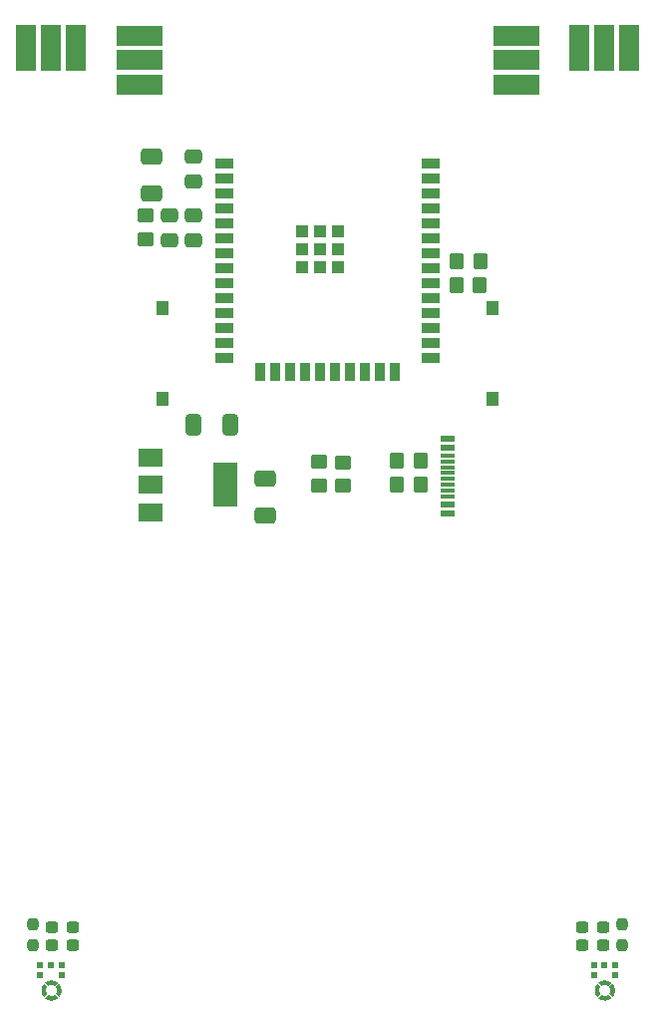
<source format=gtp>
G04 #@! TF.GenerationSoftware,KiCad,Pcbnew,7.0.1-3b83917a11~172~ubuntu22.04.1*
G04 #@! TF.CreationDate,2023-04-17T14:06:39+02:00*
G04 #@! TF.ProjectId,AcousticDetection_HW,41636f75-7374-4696-9344-657465637469,rev?*
G04 #@! TF.SameCoordinates,Original*
G04 #@! TF.FileFunction,Paste,Top*
G04 #@! TF.FilePolarity,Positive*
%FSLAX46Y46*%
G04 Gerber Fmt 4.6, Leading zero omitted, Abs format (unit mm)*
G04 Created by KiCad (PCBNEW 7.0.1-3b83917a11~172~ubuntu22.04.1) date 2023-04-17 14:06:39*
%MOMM*%
%LPD*%
G01*
G04 APERTURE LIST*
G04 Aperture macros list*
%AMRoundRect*
0 Rectangle with rounded corners*
0 $1 Rounding radius*
0 $2 $3 $4 $5 $6 $7 $8 $9 X,Y pos of 4 corners*
0 Add a 4 corners polygon primitive as box body*
4,1,4,$2,$3,$4,$5,$6,$7,$8,$9,$2,$3,0*
0 Add four circle primitives for the rounded corners*
1,1,$1+$1,$2,$3*
1,1,$1+$1,$4,$5*
1,1,$1+$1,$6,$7*
1,1,$1+$1,$8,$9*
0 Add four rect primitives between the rounded corners*
20,1,$1+$1,$2,$3,$4,$5,0*
20,1,$1+$1,$4,$5,$6,$7,0*
20,1,$1+$1,$6,$7,$8,$9,0*
20,1,$1+$1,$8,$9,$2,$3,0*%
G04 Aperture macros list end*
%ADD10C,0.001000*%
%ADD11R,0.600000X0.522000*%
%ADD12RoundRect,0.250000X0.350000X0.450000X-0.350000X0.450000X-0.350000X-0.450000X0.350000X-0.450000X0*%
%ADD13R,1.800000X4.000000*%
%ADD14RoundRect,0.250000X-0.350000X-0.450000X0.350000X-0.450000X0.350000X0.450000X-0.350000X0.450000X0*%
%ADD15R,1.150000X0.600000*%
%ADD16R,1.150000X0.300000*%
%ADD17RoundRect,0.250000X-0.475000X0.337500X-0.475000X-0.337500X0.475000X-0.337500X0.475000X0.337500X0*%
%ADD18R,4.000000X1.800000*%
%ADD19RoundRect,0.250000X0.475000X-0.337500X0.475000X0.337500X-0.475000X0.337500X-0.475000X-0.337500X0*%
%ADD20RoundRect,0.237500X0.237500X-0.250000X0.237500X0.250000X-0.237500X0.250000X-0.237500X-0.250000X0*%
%ADD21RoundRect,0.237500X-0.300000X-0.237500X0.300000X-0.237500X0.300000X0.237500X-0.300000X0.237500X0*%
%ADD22R,2.000000X1.500000*%
%ADD23R,2.000000X3.800000*%
%ADD24RoundRect,0.237500X0.300000X0.237500X-0.300000X0.237500X-0.300000X-0.237500X0.300000X-0.237500X0*%
%ADD25R,1.000000X1.250000*%
%ADD26RoundRect,0.250000X0.650000X-0.412500X0.650000X0.412500X-0.650000X0.412500X-0.650000X-0.412500X0*%
%ADD27RoundRect,0.250000X-0.450000X0.350000X-0.450000X-0.350000X0.450000X-0.350000X0.450000X0.350000X0*%
%ADD28R,1.500000X0.900000*%
%ADD29R,0.900000X1.500000*%
%ADD30R,1.050000X1.050000*%
%ADD31RoundRect,0.250000X0.412500X0.650000X-0.412500X0.650000X-0.412500X-0.650000X0.412500X-0.650000X0*%
%ADD32RoundRect,0.250000X0.450000X-0.350000X0.450000X0.350000X-0.450000X0.350000X-0.450000X-0.350000X0*%
%ADD33RoundRect,0.250000X-0.650000X0.412500X-0.650000X-0.412500X0.650000X-0.412500X0.650000X0.412500X0*%
G04 APERTURE END LIST*
D10*
X129648000Y-136890000D02*
X129762766Y-137005309D01*
X129693000Y-137050000D01*
X129578000Y-137110000D01*
X129428191Y-137156203D01*
X129268000Y-137170000D01*
X129128000Y-137160000D01*
X129048000Y-137140000D01*
X128958000Y-137110000D01*
X128863000Y-137065000D01*
X128768000Y-137000000D01*
X128883000Y-136885000D01*
X128980334Y-136786172D01*
X129043391Y-136821537D01*
X129148000Y-136860000D01*
X129268000Y-136873603D01*
X129388000Y-136860000D01*
X129498000Y-136820000D01*
X129548000Y-136785000D01*
X129648000Y-136890000D01*
G36*
X129648000Y-136890000D02*
G01*
X129762766Y-137005309D01*
X129693000Y-137050000D01*
X129578000Y-137110000D01*
X129428191Y-137156203D01*
X129268000Y-137170000D01*
X129128000Y-137160000D01*
X129048000Y-137140000D01*
X128958000Y-137110000D01*
X128863000Y-137065000D01*
X128768000Y-137000000D01*
X128883000Y-136885000D01*
X128980334Y-136786172D01*
X129043391Y-136821537D01*
X129148000Y-136860000D01*
X129268000Y-136873603D01*
X129388000Y-136860000D01*
X129498000Y-136820000D01*
X129548000Y-136785000D01*
X129648000Y-136890000D01*
G37*
X129408000Y-135560000D02*
X129498000Y-135580000D01*
X129578000Y-135610000D01*
X129678000Y-135660000D01*
X129768000Y-135720000D01*
X129653000Y-135835000D01*
X129550666Y-135933828D01*
X129492609Y-135898463D01*
X129388000Y-135860000D01*
X129268000Y-135846397D01*
X129208000Y-135850000D01*
X129148000Y-135860000D01*
X129093000Y-135875000D01*
X129038000Y-135900000D01*
X128988000Y-135925000D01*
X128893000Y-135830000D01*
X128778234Y-135714691D01*
X128853000Y-135660000D01*
X128958000Y-135610000D01*
X129107809Y-135563797D01*
X129268000Y-135550000D01*
X129408000Y-135560000D01*
G36*
X129408000Y-135560000D02*
G01*
X129498000Y-135580000D01*
X129578000Y-135610000D01*
X129678000Y-135660000D01*
X129768000Y-135720000D01*
X129653000Y-135835000D01*
X129550666Y-135933828D01*
X129492609Y-135898463D01*
X129388000Y-135860000D01*
X129268000Y-135846397D01*
X129208000Y-135850000D01*
X129148000Y-135860000D01*
X129093000Y-135875000D01*
X129038000Y-135900000D01*
X128988000Y-135925000D01*
X128893000Y-135830000D01*
X128778234Y-135714691D01*
X128853000Y-135660000D01*
X128958000Y-135610000D01*
X129107809Y-135563797D01*
X129268000Y-135550000D01*
X129408000Y-135560000D01*
G37*
X129973000Y-135955000D02*
X130018000Y-136050000D01*
X130048000Y-136125000D01*
X130064203Y-136199809D01*
X130078000Y-136295000D01*
X130078000Y-136420000D01*
X130068000Y-136500000D01*
X130048000Y-136590000D01*
X130018000Y-136670000D01*
X129973000Y-136765000D01*
X129908000Y-136860000D01*
X129788000Y-136740000D01*
X129689172Y-136642666D01*
X129729537Y-136584609D01*
X129768000Y-136480000D01*
X129781603Y-136360000D01*
X129768000Y-136240000D01*
X129728000Y-136130000D01*
X129693000Y-136080000D01*
X129798000Y-135975000D01*
X129908309Y-135860234D01*
X129973000Y-135955000D01*
G36*
X129973000Y-135955000D02*
G01*
X130018000Y-136050000D01*
X130048000Y-136125000D01*
X130064203Y-136199809D01*
X130078000Y-136295000D01*
X130078000Y-136420000D01*
X130068000Y-136500000D01*
X130048000Y-136590000D01*
X130018000Y-136670000D01*
X129973000Y-136765000D01*
X129908000Y-136860000D01*
X129788000Y-136740000D01*
X129689172Y-136642666D01*
X129729537Y-136584609D01*
X129768000Y-136480000D01*
X129781603Y-136360000D01*
X129768000Y-136240000D01*
X129728000Y-136130000D01*
X129693000Y-136080000D01*
X129798000Y-135975000D01*
X129908309Y-135860234D01*
X129973000Y-135955000D01*
G37*
X128743000Y-135970000D02*
X128841828Y-136067334D01*
X128806463Y-136135391D01*
X128763000Y-136235000D01*
X128748000Y-136355000D01*
X128744397Y-136355000D01*
X128748000Y-136365000D01*
X128763000Y-136470000D01*
X128758000Y-136480000D01*
X128763000Y-136480000D01*
X128803000Y-136590000D01*
X128838000Y-136645000D01*
X128738000Y-136745000D01*
X128627691Y-136859766D01*
X128563000Y-136760000D01*
X128518000Y-136670000D01*
X128471797Y-136520191D01*
X128458000Y-136360000D01*
X128468000Y-136220000D01*
X128488000Y-136140000D01*
X128518000Y-136050000D01*
X128568000Y-135950000D01*
X128633000Y-135855000D01*
X128743000Y-135970000D01*
G36*
X128743000Y-135970000D02*
G01*
X128841828Y-136067334D01*
X128806463Y-136135391D01*
X128763000Y-136235000D01*
X128748000Y-136355000D01*
X128744397Y-136355000D01*
X128748000Y-136365000D01*
X128763000Y-136470000D01*
X128758000Y-136480000D01*
X128763000Y-136480000D01*
X128803000Y-136590000D01*
X128838000Y-136645000D01*
X128738000Y-136745000D01*
X128627691Y-136859766D01*
X128563000Y-136760000D01*
X128518000Y-136670000D01*
X128471797Y-136520191D01*
X128458000Y-136360000D01*
X128468000Y-136220000D01*
X128488000Y-136140000D01*
X128518000Y-136050000D01*
X128568000Y-135950000D01*
X128633000Y-135855000D01*
X128743000Y-135970000D01*
G37*
X176648000Y-136890000D02*
X176762766Y-137005309D01*
X176693000Y-137050000D01*
X176578000Y-137110000D01*
X176428191Y-137156203D01*
X176268000Y-137170000D01*
X176128000Y-137160000D01*
X176048000Y-137140000D01*
X175958000Y-137110000D01*
X175863000Y-137065000D01*
X175768000Y-137000000D01*
X175883000Y-136885000D01*
X175980334Y-136786172D01*
X176043391Y-136821537D01*
X176148000Y-136860000D01*
X176268000Y-136873603D01*
X176388000Y-136860000D01*
X176498000Y-136820000D01*
X176548000Y-136785000D01*
X176648000Y-136890000D01*
G36*
X176648000Y-136890000D02*
G01*
X176762766Y-137005309D01*
X176693000Y-137050000D01*
X176578000Y-137110000D01*
X176428191Y-137156203D01*
X176268000Y-137170000D01*
X176128000Y-137160000D01*
X176048000Y-137140000D01*
X175958000Y-137110000D01*
X175863000Y-137065000D01*
X175768000Y-137000000D01*
X175883000Y-136885000D01*
X175980334Y-136786172D01*
X176043391Y-136821537D01*
X176148000Y-136860000D01*
X176268000Y-136873603D01*
X176388000Y-136860000D01*
X176498000Y-136820000D01*
X176548000Y-136785000D01*
X176648000Y-136890000D01*
G37*
X176408000Y-135560000D02*
X176498000Y-135580000D01*
X176578000Y-135610000D01*
X176678000Y-135660000D01*
X176768000Y-135720000D01*
X176653000Y-135835000D01*
X176550666Y-135933828D01*
X176492609Y-135898463D01*
X176388000Y-135860000D01*
X176268000Y-135846397D01*
X176208000Y-135850000D01*
X176148000Y-135860000D01*
X176093000Y-135875000D01*
X176038000Y-135900000D01*
X175988000Y-135925000D01*
X175893000Y-135830000D01*
X175778234Y-135714691D01*
X175853000Y-135660000D01*
X175958000Y-135610000D01*
X176107809Y-135563797D01*
X176268000Y-135550000D01*
X176408000Y-135560000D01*
G36*
X176408000Y-135560000D02*
G01*
X176498000Y-135580000D01*
X176578000Y-135610000D01*
X176678000Y-135660000D01*
X176768000Y-135720000D01*
X176653000Y-135835000D01*
X176550666Y-135933828D01*
X176492609Y-135898463D01*
X176388000Y-135860000D01*
X176268000Y-135846397D01*
X176208000Y-135850000D01*
X176148000Y-135860000D01*
X176093000Y-135875000D01*
X176038000Y-135900000D01*
X175988000Y-135925000D01*
X175893000Y-135830000D01*
X175778234Y-135714691D01*
X175853000Y-135660000D01*
X175958000Y-135610000D01*
X176107809Y-135563797D01*
X176268000Y-135550000D01*
X176408000Y-135560000D01*
G37*
X176973000Y-135955000D02*
X177018000Y-136050000D01*
X177048000Y-136125000D01*
X177064203Y-136199809D01*
X177078000Y-136295000D01*
X177078000Y-136420000D01*
X177068000Y-136500000D01*
X177048000Y-136590000D01*
X177018000Y-136670000D01*
X176973000Y-136765000D01*
X176908000Y-136860000D01*
X176788000Y-136740000D01*
X176689172Y-136642666D01*
X176729537Y-136584609D01*
X176768000Y-136480000D01*
X176781603Y-136360000D01*
X176768000Y-136240000D01*
X176728000Y-136130000D01*
X176693000Y-136080000D01*
X176798000Y-135975000D01*
X176908309Y-135860234D01*
X176973000Y-135955000D01*
G36*
X176973000Y-135955000D02*
G01*
X177018000Y-136050000D01*
X177048000Y-136125000D01*
X177064203Y-136199809D01*
X177078000Y-136295000D01*
X177078000Y-136420000D01*
X177068000Y-136500000D01*
X177048000Y-136590000D01*
X177018000Y-136670000D01*
X176973000Y-136765000D01*
X176908000Y-136860000D01*
X176788000Y-136740000D01*
X176689172Y-136642666D01*
X176729537Y-136584609D01*
X176768000Y-136480000D01*
X176781603Y-136360000D01*
X176768000Y-136240000D01*
X176728000Y-136130000D01*
X176693000Y-136080000D01*
X176798000Y-135975000D01*
X176908309Y-135860234D01*
X176973000Y-135955000D01*
G37*
X175743000Y-135970000D02*
X175841828Y-136067334D01*
X175806463Y-136135391D01*
X175763000Y-136235000D01*
X175748000Y-136355000D01*
X175744397Y-136355000D01*
X175748000Y-136365000D01*
X175763000Y-136470000D01*
X175758000Y-136480000D01*
X175763000Y-136480000D01*
X175803000Y-136590000D01*
X175838000Y-136645000D01*
X175738000Y-136745000D01*
X175627691Y-136859766D01*
X175563000Y-136760000D01*
X175518000Y-136670000D01*
X175471797Y-136520191D01*
X175458000Y-136360000D01*
X175468000Y-136220000D01*
X175488000Y-136140000D01*
X175518000Y-136050000D01*
X175568000Y-135950000D01*
X175633000Y-135855000D01*
X175743000Y-135970000D01*
G36*
X175743000Y-135970000D02*
G01*
X175841828Y-136067334D01*
X175806463Y-136135391D01*
X175763000Y-136235000D01*
X175748000Y-136355000D01*
X175744397Y-136355000D01*
X175748000Y-136365000D01*
X175763000Y-136470000D01*
X175758000Y-136480000D01*
X175763000Y-136480000D01*
X175803000Y-136590000D01*
X175838000Y-136645000D01*
X175738000Y-136745000D01*
X175627691Y-136859766D01*
X175563000Y-136760000D01*
X175518000Y-136670000D01*
X175471797Y-136520191D01*
X175458000Y-136360000D01*
X175468000Y-136220000D01*
X175488000Y-136140000D01*
X175518000Y-136050000D01*
X175568000Y-135950000D01*
X175633000Y-135855000D01*
X175743000Y-135970000D01*
G37*
D11*
X128368000Y-134286000D03*
X128368000Y-135108000D03*
X130168000Y-135108000D03*
X130168000Y-134286000D03*
X129268000Y-134286000D03*
D12*
X160644000Y-91444000D03*
X158644000Y-91444000D03*
D13*
X131368000Y-56360000D03*
X129268000Y-56360000D03*
X127168000Y-56360000D03*
D14*
X163708000Y-76534000D03*
X165708000Y-76534000D03*
D15*
X162926500Y-95912000D03*
X162926500Y-95112000D03*
D16*
X162926500Y-93962000D03*
X162926500Y-92962000D03*
X162926500Y-92462000D03*
X162926500Y-91462000D03*
D15*
X162926500Y-90312000D03*
X162926500Y-89512000D03*
X162926500Y-89512000D03*
X162926500Y-90312000D03*
D16*
X162926500Y-90962000D03*
X162926500Y-91962000D03*
X162926500Y-93462000D03*
X162926500Y-94462000D03*
D15*
X162926500Y-95112000D03*
X162926500Y-95912000D03*
D17*
X141365500Y-65592000D03*
X141365500Y-67667000D03*
D18*
X168761500Y-55296000D03*
X168761500Y-57396000D03*
X168761500Y-59496000D03*
D19*
X139340000Y-72653500D03*
X139340000Y-70578500D03*
D11*
X175368000Y-134286000D03*
X175368000Y-135108000D03*
X177168000Y-135108000D03*
X177168000Y-134286000D03*
X176268000Y-134286000D03*
D20*
X127736000Y-132568500D03*
X127736000Y-130743500D03*
D21*
X174425500Y-132588000D03*
X176150500Y-132588000D03*
D19*
X141372000Y-72653500D03*
X141372000Y-70578500D03*
D22*
X137752500Y-91176000D03*
X137752500Y-93476000D03*
D23*
X144052500Y-93476000D03*
D22*
X137752500Y-95776000D03*
D24*
X131110500Y-131052000D03*
X129385500Y-131052000D03*
D25*
X138761500Y-86175000D03*
X138761500Y-78425000D03*
D26*
X147468000Y-96054500D03*
X147468000Y-92929500D03*
D27*
X152040000Y-91516000D03*
X152040000Y-93516000D03*
D28*
X144011500Y-66146000D03*
X144011500Y-67416000D03*
X144011500Y-68686000D03*
X144011500Y-69956000D03*
X144011500Y-71226000D03*
X144011500Y-72496000D03*
X144011500Y-73766000D03*
X144011500Y-75036000D03*
X144011500Y-76306000D03*
X144011500Y-77576000D03*
X144011500Y-78846000D03*
X144011500Y-80116000D03*
X144011500Y-81386000D03*
X144011500Y-82656000D03*
D29*
X147051500Y-83906000D03*
X148321500Y-83906000D03*
X149591500Y-83906000D03*
X150861500Y-83906000D03*
X152131500Y-83906000D03*
X153401500Y-83906000D03*
X154671500Y-83906000D03*
X155941500Y-83906000D03*
X157211500Y-83906000D03*
X158481500Y-83906000D03*
D28*
X161511500Y-82656000D03*
X161511500Y-81386000D03*
X161511500Y-80116000D03*
X161511500Y-78846000D03*
X161511500Y-77576000D03*
X161511500Y-76306000D03*
X161511500Y-75036000D03*
X161511500Y-73766000D03*
X161511500Y-72496000D03*
X161511500Y-71226000D03*
X161511500Y-69956000D03*
X161511500Y-68686000D03*
X161511500Y-67416000D03*
X161511500Y-66146000D03*
D30*
X150556500Y-71961000D03*
X150556500Y-73486000D03*
X150556500Y-75011000D03*
X152081500Y-71961000D03*
X152081500Y-73486000D03*
X152081500Y-75011000D03*
X153606500Y-71961000D03*
X153606500Y-73486000D03*
X153606500Y-75011000D03*
D27*
X154065500Y-91537500D03*
X154065500Y-93537500D03*
D31*
X144497000Y-88396000D03*
X141372000Y-88396000D03*
D18*
X136761500Y-59496000D03*
X136761500Y-57396000D03*
X136761500Y-55296000D03*
D24*
X131110500Y-132576000D03*
X129385500Y-132576000D03*
D32*
X137308000Y-72616000D03*
X137308000Y-70616000D03*
D13*
X178368000Y-56360000D03*
X176268000Y-56360000D03*
X174168000Y-56360000D03*
D12*
X160644000Y-93476000D03*
X158644000Y-93476000D03*
D33*
X137809500Y-65553500D03*
X137809500Y-68678500D03*
D21*
X174425500Y-131064000D03*
X176150500Y-131064000D03*
D25*
X166761500Y-86175000D03*
X166761500Y-78425000D03*
D14*
X163724000Y-74502000D03*
X165724000Y-74502000D03*
D20*
X177800000Y-132580500D03*
X177800000Y-130755500D03*
M02*

</source>
